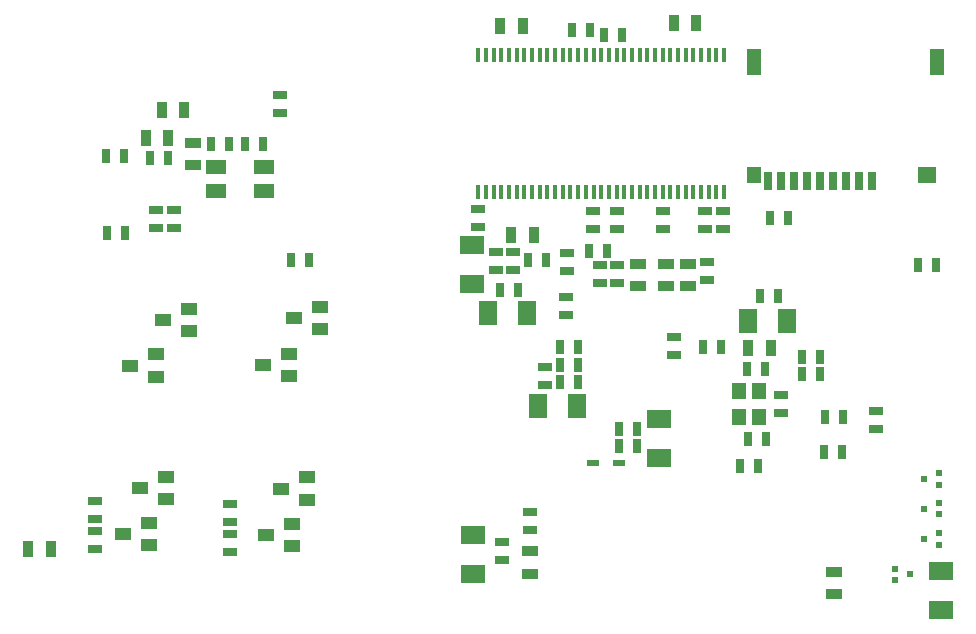
<source format=gbp>
G04 (created by PCBNEW-RS274X (2011-05-31)-stable) date Fri 07 Oct 2011 02:27:11 PM COT*
G01*
G70*
G90*
%MOIN*%
G04 Gerber Fmt 3.4, Leading zero omitted, Abs format*
%FSLAX34Y34*%
G04 APERTURE LIST*
%ADD10C,0.006000*%
%ADD11R,0.039300X0.023600*%
%ADD12R,0.026000X0.062000*%
%ADD13R,0.062000X0.054000*%
%ADD14R,0.046000X0.086000*%
%ADD15R,0.046000X0.054000*%
%ADD16R,0.055000X0.035000*%
%ADD17R,0.025000X0.045000*%
%ADD18R,0.045000X0.025000*%
%ADD19R,0.060000X0.080000*%
%ADD20R,0.080000X0.060000*%
%ADD21R,0.035000X0.055000*%
%ADD22R,0.023600X0.019600*%
%ADD23R,0.012600X0.046000*%
%ADD24R,0.047200X0.055100*%
%ADD25R,0.070900X0.047200*%
%ADD26R,0.055100X0.039300*%
G04 APERTURE END LIST*
G54D10*
G54D11*
X53059Y-48839D03*
X53925Y-48839D03*
G54D12*
X62356Y-39449D03*
X61926Y-39449D03*
X61496Y-39449D03*
X61056Y-39449D03*
X60626Y-39449D03*
X60196Y-39449D03*
X59756Y-39449D03*
X59326Y-39449D03*
X58896Y-39449D03*
G54D13*
X64166Y-39249D03*
G54D14*
X64526Y-35469D03*
X58426Y-35469D03*
G54D15*
X58416Y-39249D03*
G54D16*
X54563Y-42192D03*
X54563Y-42942D03*
G54D17*
X64493Y-42244D03*
X63893Y-42244D03*
G54D18*
X62496Y-47706D03*
X62496Y-47106D03*
G54D19*
X51200Y-46921D03*
X52500Y-46921D03*
G54D20*
X55236Y-47385D03*
X55236Y-48685D03*
G54D19*
X50839Y-43835D03*
X49539Y-43835D03*
G54D20*
X49008Y-42867D03*
X49008Y-41567D03*
G54D17*
X53401Y-34567D03*
X54001Y-34567D03*
X52957Y-34390D03*
X52357Y-34390D03*
G54D18*
X49228Y-40369D03*
X49228Y-40969D03*
X56791Y-40452D03*
X56791Y-41052D03*
X57366Y-40452D03*
X57366Y-41052D03*
X53055Y-40448D03*
X53055Y-41048D03*
X53835Y-40448D03*
X53835Y-41048D03*
X55378Y-40452D03*
X55378Y-41052D03*
X55740Y-44625D03*
X55740Y-45225D03*
G54D17*
X50536Y-43067D03*
X49936Y-43067D03*
G54D18*
X50024Y-51480D03*
X50024Y-52080D03*
X50945Y-50480D03*
X50945Y-51080D03*
X51453Y-45642D03*
X51453Y-46242D03*
G54D17*
X51936Y-44961D03*
X52536Y-44961D03*
X51944Y-45556D03*
X52544Y-45556D03*
X51944Y-46143D03*
X52544Y-46143D03*
X53928Y-48272D03*
X54528Y-48272D03*
X53928Y-47697D03*
X54528Y-47697D03*
X58936Y-40657D03*
X59536Y-40657D03*
G54D18*
X52185Y-42446D03*
X52185Y-41846D03*
X53831Y-42831D03*
X53831Y-42231D03*
X53264Y-42831D03*
X53264Y-42231D03*
X50373Y-42419D03*
X50373Y-41819D03*
G54D17*
X51489Y-42055D03*
X50889Y-42055D03*
G54D18*
X49799Y-42419D03*
X49799Y-41819D03*
X52146Y-43302D03*
X52146Y-43902D03*
G54D17*
X52913Y-41756D03*
X53513Y-41756D03*
G54D18*
X56854Y-42745D03*
X56854Y-42145D03*
G54D19*
X58212Y-44091D03*
X59512Y-44091D03*
G54D18*
X59311Y-46586D03*
X59311Y-47186D03*
G54D17*
X58765Y-45717D03*
X58165Y-45717D03*
X57940Y-48929D03*
X58540Y-48929D03*
X60779Y-47287D03*
X61379Y-47287D03*
X59999Y-45307D03*
X60599Y-45307D03*
X60747Y-48469D03*
X61347Y-48469D03*
X59999Y-45878D03*
X60599Y-45878D03*
X57320Y-44969D03*
X56720Y-44969D03*
X58228Y-48031D03*
X58828Y-48031D03*
X58621Y-43264D03*
X59221Y-43264D03*
G54D16*
X61080Y-52463D03*
X61080Y-53213D03*
X56224Y-42946D03*
X56224Y-42196D03*
G54D21*
X58219Y-44988D03*
X58969Y-44988D03*
G54D16*
X55472Y-42946D03*
X55472Y-42196D03*
G54D20*
X64631Y-53733D03*
X64631Y-52433D03*
G54D22*
X64590Y-49166D03*
X64590Y-49558D03*
X64080Y-49362D03*
X63112Y-52748D03*
X63112Y-52356D03*
X63622Y-52552D03*
X64594Y-51178D03*
X64594Y-51570D03*
X64084Y-51374D03*
X64594Y-50158D03*
X64594Y-50550D03*
X64084Y-50354D03*
G54D23*
X57416Y-39800D03*
X57416Y-35220D03*
X57160Y-39800D03*
X57160Y-35220D03*
X56904Y-39800D03*
X56904Y-35220D03*
X56648Y-39800D03*
X56648Y-35220D03*
X56392Y-39800D03*
X56392Y-35220D03*
X56136Y-39800D03*
X56136Y-35220D03*
X55880Y-39800D03*
X55880Y-35220D03*
X55624Y-39800D03*
X55624Y-35220D03*
X55368Y-39800D03*
X55368Y-35220D03*
X55112Y-39800D03*
X55112Y-35220D03*
X54856Y-39800D03*
X54856Y-35220D03*
X54600Y-39800D03*
X54600Y-35220D03*
X54344Y-39800D03*
X54344Y-35220D03*
X54088Y-39800D03*
X54088Y-35220D03*
X53832Y-39800D03*
X53832Y-35220D03*
X53576Y-39800D03*
X53576Y-35220D03*
X53320Y-39800D03*
X53320Y-35220D03*
X53064Y-39800D03*
X53064Y-35220D03*
X52808Y-39800D03*
X52808Y-35220D03*
X52552Y-39800D03*
X52552Y-35220D03*
X52296Y-39800D03*
X52296Y-35220D03*
X52040Y-39800D03*
X52040Y-35220D03*
X51784Y-39800D03*
X51784Y-35220D03*
X51528Y-39800D03*
X51528Y-35220D03*
X51272Y-39800D03*
X51272Y-35220D03*
X51016Y-39800D03*
X51016Y-35220D03*
X50760Y-39800D03*
X50760Y-35220D03*
X50504Y-39800D03*
X50504Y-35220D03*
X50248Y-39800D03*
X50248Y-35220D03*
X49992Y-39800D03*
X49992Y-35220D03*
X49736Y-39800D03*
X49736Y-35220D03*
X49480Y-39800D03*
X49480Y-35220D03*
X49224Y-39800D03*
X49224Y-35220D03*
G54D24*
X57898Y-47299D03*
X57898Y-46433D03*
X58567Y-46433D03*
X58567Y-47299D03*
G54D16*
X50938Y-51779D03*
X50938Y-52529D03*
G54D21*
X51064Y-41240D03*
X50314Y-41240D03*
X50710Y-34260D03*
X49960Y-34260D03*
X34230Y-51713D03*
X34980Y-51713D03*
X55743Y-34181D03*
X56493Y-34181D03*
X38673Y-37070D03*
X39423Y-37070D03*
G54D16*
X39705Y-38914D03*
X39705Y-38164D03*
G54D21*
X38895Y-38011D03*
X38145Y-38011D03*
G54D17*
X40919Y-38216D03*
X40319Y-38216D03*
X41457Y-38216D03*
X42057Y-38216D03*
X38891Y-38665D03*
X38291Y-38665D03*
X42996Y-42066D03*
X43596Y-42066D03*
X37423Y-38610D03*
X36823Y-38610D03*
X37458Y-41173D03*
X36858Y-41173D03*
G54D18*
X39095Y-41012D03*
X39095Y-40412D03*
X38493Y-40412D03*
X38493Y-41012D03*
G54D20*
X49032Y-51232D03*
X49032Y-52532D03*
G54D25*
X42064Y-39755D03*
X40489Y-39755D03*
X40489Y-38968D03*
X42064Y-38968D03*
G54D18*
X42615Y-37170D03*
X42615Y-36570D03*
X36458Y-50709D03*
X36458Y-50109D03*
X36462Y-51090D03*
X36462Y-51690D03*
G54D26*
X38257Y-50830D03*
X38257Y-51578D03*
X37391Y-51204D03*
X38804Y-49299D03*
X38804Y-50047D03*
X37938Y-49673D03*
G54D18*
X40938Y-51192D03*
X40938Y-51792D03*
X40938Y-50804D03*
X40938Y-50204D03*
G54D26*
X43509Y-49319D03*
X43509Y-50067D03*
X42643Y-49693D03*
X43001Y-50866D03*
X43001Y-51614D03*
X42135Y-51240D03*
X38481Y-45219D03*
X38481Y-45967D03*
X37615Y-45593D03*
X39576Y-43702D03*
X39576Y-44450D03*
X38710Y-44076D03*
X43959Y-43637D03*
X43959Y-44385D03*
X43093Y-44011D03*
X42912Y-45188D03*
X42912Y-45936D03*
X42046Y-45562D03*
M02*

</source>
